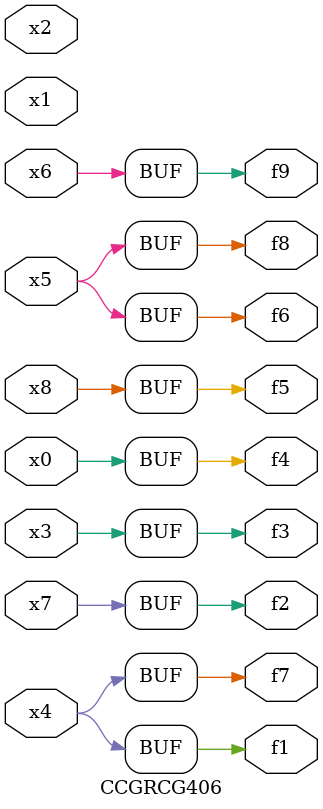
<source format=v>
module CCGRCG406(
	input x0, x1, x2, x3, x4, x5, x6, x7, x8,
	output f1, f2, f3, f4, f5, f6, f7, f8, f9
);
	assign f1 = x4;
	assign f2 = x7;
	assign f3 = x3;
	assign f4 = x0;
	assign f5 = x8;
	assign f6 = x5;
	assign f7 = x4;
	assign f8 = x5;
	assign f9 = x6;
endmodule

</source>
